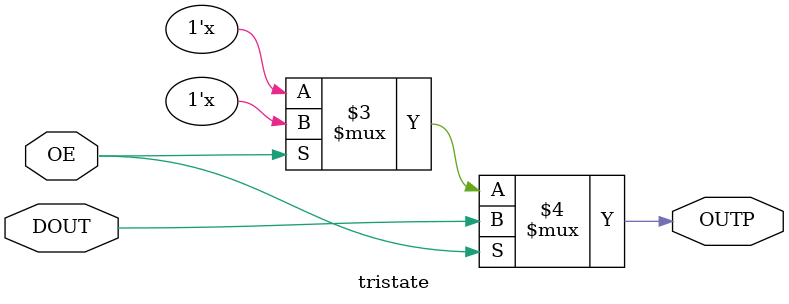
<source format=v>
module tristate(OUTP, DOUT, OE);
    output OUTP;
    input  DOUT;
    input  OE  ;

    assign OUTP = (OE==1) ? DOUT : (OE==0)
                          ? 1'bz : 1'bx;
endmodule

</source>
